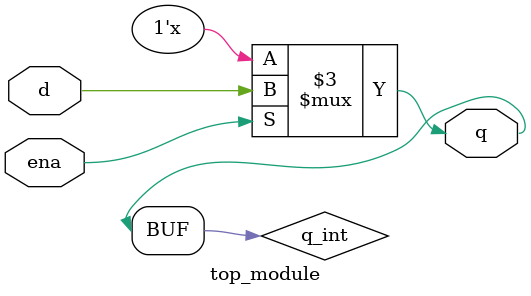
<source format=sv>
module top_module (
    input d,
    input ena,
    output logic q
);

    // Internal register to hold the value of q
    logic q_int;

    always_comb begin
        if (ena)
            q_int = d;
        else
            q_int = q_int; // Maintain the previous value
    end

    // Assign the internal register to the output
    assign q = q_int;

endmodule

</source>
